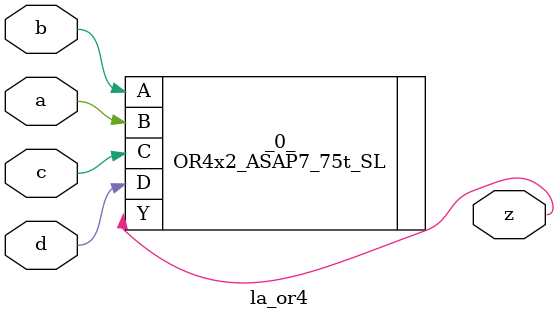
<source format=v>

/* Generated by Yosys 0.37 (git sha1 a5c7f69ed, clang 14.0.0-1ubuntu1.1 -fPIC -Os) */

module la_or4(a, b, c, d, z);
  input a;
  wire a;
  input b;
  wire b;
  input c;
  wire c;
  input d;
  wire d;
  output z;
  wire z;
  OR4x2_ASAP7_75t_SL _0_ (
    .A(b),
    .B(a),
    .C(c),
    .D(d),
    .Y(z)
  );
endmodule

</source>
